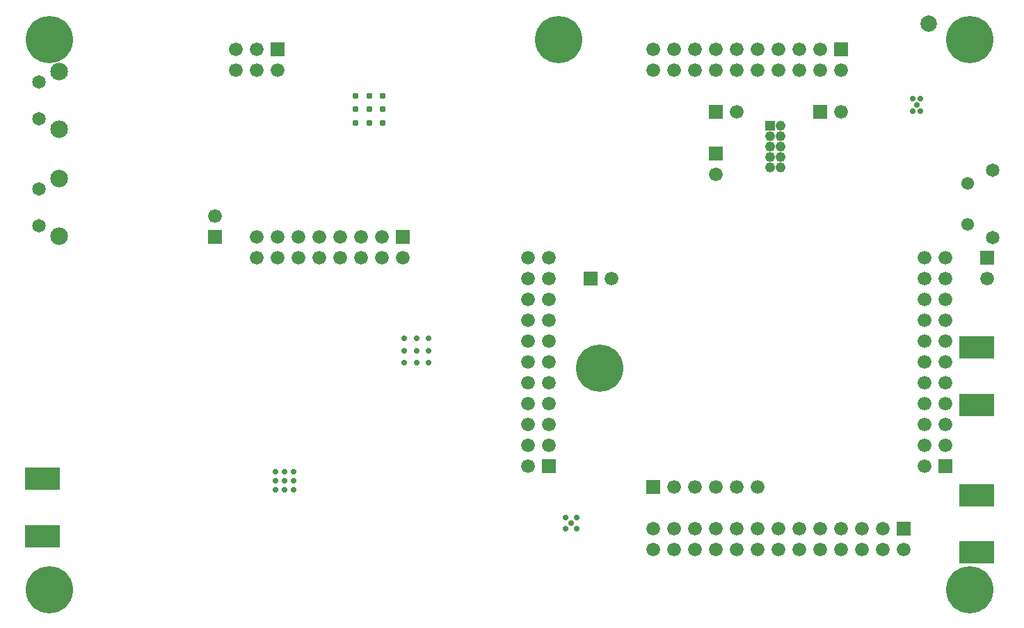
<source format=gbs>
G04 (created by PCBNEW (2012-nov-02)-stable) date Sat 15 Mar 2014 07:07:26 PM MDT*
%MOIN*%
G04 Gerber Fmt 3.4, Leading zero omitted, Abs format*
%FSLAX34Y34*%
G01*
G70*
G90*
G04 APERTURE LIST*
%ADD10C,0*%
%ADD11R,0.066X0.066*%
%ADD12C,0.066*%
%ADD13C,0.0650551*%
%ADD14C,0.0847402*%
%ADD15C,0.0306*%
%ADD16C,0.029*%
%ADD17R,0.048X0.048*%
%ADD18C,0.048*%
%ADD19C,0.029222*%
%ADD20C,0.0290315*%
%ADD21C,0.226472*%
%ADD22C,0.029622*%
%ADD23R,0.170961X0.110921*%
%ADD24C,0.0611181*%
%ADD25C,0.0787402*%
G04 APERTURE END LIST*
G54D10*
G54D11*
X68122Y-61397D03*
G54D12*
X67122Y-61397D03*
X68122Y-60397D03*
X67122Y-60397D03*
X68122Y-59397D03*
X67122Y-59397D03*
X68122Y-58397D03*
X67122Y-58397D03*
X68122Y-57397D03*
X67122Y-57397D03*
X68122Y-56397D03*
X67122Y-56397D03*
X68122Y-55397D03*
X67122Y-55397D03*
X68122Y-54397D03*
X67122Y-54397D03*
X68122Y-53397D03*
X67122Y-53397D03*
X68122Y-52397D03*
X67122Y-52397D03*
X68122Y-51397D03*
X67122Y-51397D03*
G54D13*
X24685Y-48090D03*
X24685Y-49862D03*
G54D14*
X25665Y-50356D03*
X25665Y-47596D03*
G54D15*
X40510Y-44276D03*
X40510Y-44925D03*
X39860Y-44925D03*
X39860Y-44276D03*
X39860Y-43626D03*
X40510Y-43626D03*
X41159Y-43626D03*
X41159Y-44276D03*
X41159Y-44925D03*
G54D16*
X42775Y-55865D03*
X42775Y-56455D03*
X42184Y-56455D03*
X42184Y-55865D03*
X42184Y-55274D03*
X42775Y-55274D03*
X43365Y-55274D03*
X43365Y-55865D03*
X43365Y-56455D03*
G54D11*
X54122Y-62397D03*
G54D12*
X55122Y-62397D03*
X56122Y-62397D03*
X57122Y-62397D03*
X58122Y-62397D03*
X59122Y-62397D03*
G54D17*
X59709Y-45065D03*
G54D18*
X60209Y-45065D03*
X59709Y-45565D03*
X60209Y-45565D03*
X59709Y-46065D03*
X60209Y-46065D03*
X59709Y-46565D03*
X60209Y-46565D03*
X59709Y-47065D03*
X60209Y-47065D03*
G54D11*
X63122Y-41397D03*
G54D12*
X63122Y-42397D03*
X62122Y-41397D03*
X62122Y-42397D03*
X61122Y-41397D03*
X61122Y-42397D03*
X60122Y-41397D03*
X60122Y-42397D03*
X59122Y-41397D03*
X59122Y-42397D03*
X58122Y-41397D03*
X58122Y-42397D03*
X57122Y-41397D03*
X57122Y-42397D03*
X56122Y-41397D03*
X56122Y-42397D03*
X55122Y-41397D03*
X55122Y-42397D03*
X54122Y-41397D03*
X54122Y-42397D03*
G54D19*
X36464Y-62111D03*
X36464Y-61678D03*
X36897Y-61678D03*
X36897Y-62111D03*
X36897Y-62544D03*
X36464Y-62544D03*
X36031Y-62544D03*
X36031Y-62111D03*
X36031Y-61678D03*
X50184Y-64144D03*
X49924Y-64403D03*
X49924Y-63884D03*
X50444Y-63884D03*
X50444Y-64403D03*
G54D11*
X33122Y-50397D03*
G54D12*
X33122Y-49397D03*
G54D11*
X57122Y-44397D03*
G54D12*
X58122Y-44397D03*
G54D11*
X62122Y-44397D03*
G54D12*
X63122Y-44397D03*
G54D20*
X66744Y-44075D03*
X66547Y-44370D03*
X66940Y-44370D03*
X66940Y-43780D03*
X66547Y-43780D03*
G54D13*
X24685Y-42972D03*
X24685Y-44744D03*
G54D14*
X25665Y-45238D03*
X25665Y-42478D03*
G54D11*
X66122Y-64397D03*
G54D12*
X66122Y-65397D03*
X65122Y-64397D03*
X65122Y-65397D03*
X64122Y-64397D03*
X64122Y-65397D03*
X63122Y-64397D03*
X63122Y-65397D03*
X62122Y-64397D03*
X62122Y-65397D03*
X61122Y-64397D03*
X61122Y-65397D03*
X60122Y-64397D03*
X60122Y-65397D03*
X59122Y-64397D03*
X59122Y-65397D03*
X58122Y-64397D03*
X58122Y-65397D03*
X57122Y-64397D03*
X57122Y-65397D03*
X56122Y-64397D03*
X56122Y-65397D03*
X55122Y-64397D03*
X55122Y-65397D03*
X54122Y-64397D03*
X54122Y-65397D03*
G54D11*
X36122Y-41397D03*
G54D12*
X36122Y-42397D03*
X35122Y-41397D03*
X35122Y-42397D03*
X34122Y-41397D03*
X34122Y-42397D03*
G54D11*
X57122Y-46397D03*
G54D12*
X57122Y-47397D03*
G54D11*
X70122Y-51397D03*
G54D12*
X70122Y-52397D03*
G54D11*
X49122Y-61397D03*
G54D12*
X48122Y-61397D03*
X49122Y-60397D03*
X48122Y-60397D03*
X49122Y-59397D03*
X48122Y-59397D03*
X49122Y-58397D03*
X48122Y-58397D03*
X49122Y-57397D03*
X48122Y-57397D03*
X49122Y-56397D03*
X48122Y-56397D03*
X49122Y-55397D03*
X48122Y-55397D03*
X49122Y-54397D03*
X48122Y-54397D03*
X49122Y-53397D03*
X48122Y-53397D03*
X49122Y-52397D03*
X48122Y-52397D03*
X49122Y-51397D03*
X48122Y-51397D03*
G54D11*
X51122Y-52397D03*
G54D12*
X52122Y-52397D03*
G54D21*
X25196Y-40944D03*
G54D22*
X25196Y-40078D03*
X24330Y-40944D03*
X25196Y-41811D03*
X26062Y-40944D03*
X25807Y-40334D03*
X24586Y-40334D03*
X24586Y-41555D03*
X25807Y-41555D03*
G54D21*
X25196Y-67322D03*
G54D22*
X25196Y-66456D03*
X24330Y-67322D03*
X25196Y-68188D03*
X26062Y-67322D03*
X25807Y-66712D03*
X24586Y-66712D03*
X24586Y-67933D03*
X25807Y-67933D03*
G54D21*
X69291Y-67322D03*
G54D22*
X69291Y-66456D03*
X68425Y-67322D03*
X69291Y-68188D03*
X70157Y-67322D03*
X69901Y-66712D03*
X68681Y-66712D03*
X68681Y-67933D03*
X69901Y-67933D03*
G54D21*
X69291Y-40944D03*
G54D22*
X69291Y-40078D03*
X68425Y-40944D03*
X69291Y-41811D03*
X70157Y-40944D03*
X69901Y-40334D03*
X68681Y-40334D03*
X68681Y-41555D03*
X69901Y-41555D03*
G54D21*
X49606Y-40944D03*
G54D22*
X49606Y-40078D03*
X48740Y-40944D03*
X49606Y-41811D03*
X50472Y-40944D03*
X50216Y-40334D03*
X48996Y-40334D03*
X48996Y-41555D03*
X50216Y-41555D03*
G54D21*
X51574Y-56692D03*
G54D22*
X51574Y-55826D03*
X50708Y-56692D03*
X51574Y-57559D03*
X52440Y-56692D03*
X52185Y-56082D03*
X50964Y-56082D03*
X50964Y-57303D03*
X52185Y-57303D03*
G54D11*
X42122Y-50397D03*
G54D12*
X42122Y-51397D03*
X41122Y-50397D03*
X41122Y-51397D03*
X40122Y-50397D03*
X40122Y-51397D03*
X39122Y-50397D03*
X39122Y-51397D03*
X38122Y-50397D03*
X38122Y-51397D03*
X37122Y-50397D03*
X37122Y-51397D03*
X36122Y-50397D03*
X36122Y-51397D03*
X35122Y-50397D03*
X35122Y-51397D03*
G54D23*
X24848Y-62010D03*
X24848Y-64760D03*
X69639Y-65548D03*
X69639Y-62798D03*
X69639Y-58461D03*
X69639Y-55711D03*
G54D13*
X70393Y-50442D03*
X70393Y-47194D03*
G54D24*
X69200Y-49799D03*
X69200Y-47838D03*
G54D25*
X67322Y-40157D03*
M02*

</source>
